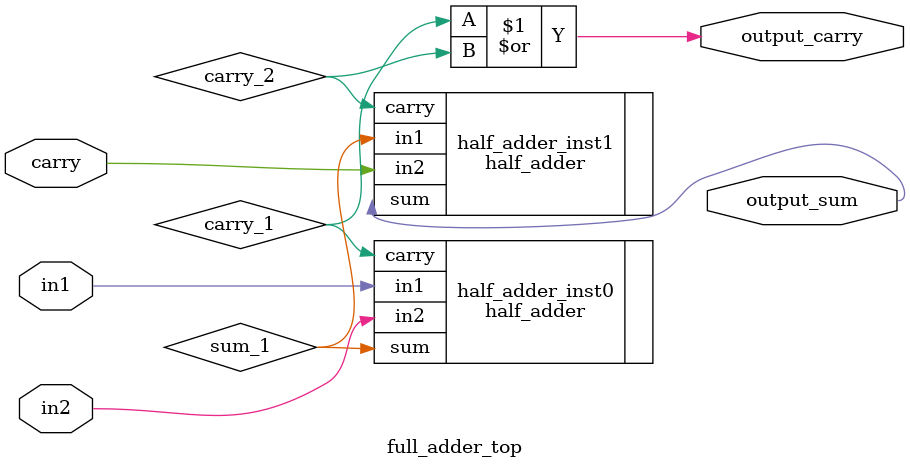
<source format=v>
module full_adder_top(
	input wire in1,
	input wire in2,
	input wire carry,
	output wire output_sum,
	output wire output_carry
);

wire sum_1;
wire carry_1;
wire carry_2;

half_adder half_adder_inst0
(
	.in1(in1),
	.in2(in2),
	.sum(sum_1),
	.carry(carry_1)
);

half_adder half_adder_inst1
(
	.in1(sum_1),
	.in2(carry),
	.sum(output_sum),
	.carry(carry_2)
);

assign output_carry = carry_1 | carry_2;

endmodule
	

</source>
